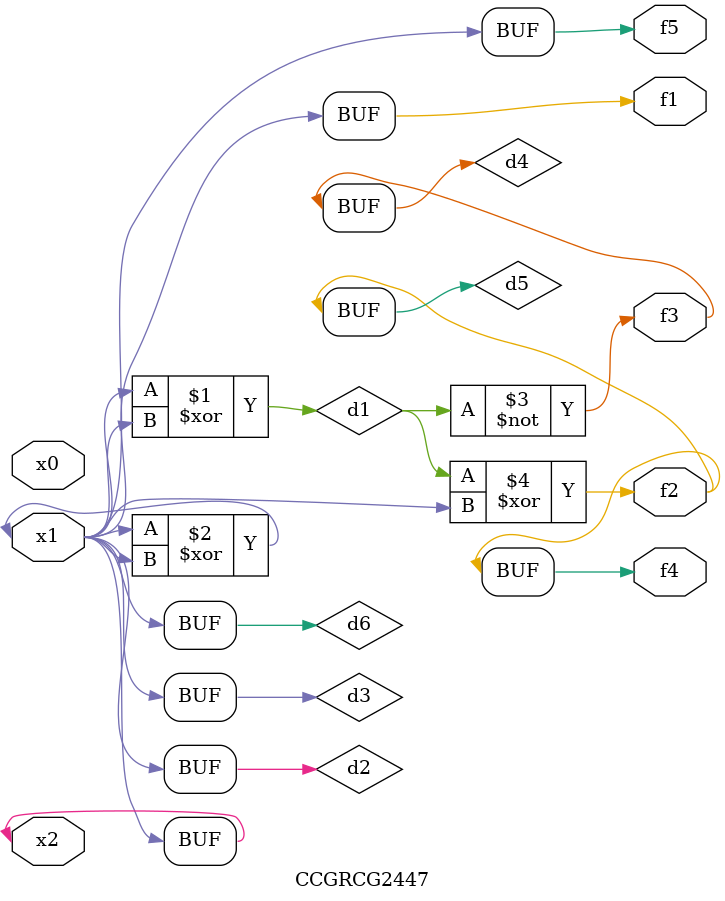
<source format=v>
module CCGRCG2447(
	input x0, x1, x2,
	output f1, f2, f3, f4, f5
);

	wire d1, d2, d3, d4, d5, d6;

	xor (d1, x1, x2);
	buf (d2, x1, x2);
	xor (d3, x1, x2);
	nor (d4, d1);
	xor (d5, d1, d2);
	buf (d6, d2, d3);
	assign f1 = d6;
	assign f2 = d5;
	assign f3 = d4;
	assign f4 = d5;
	assign f5 = d6;
endmodule

</source>
